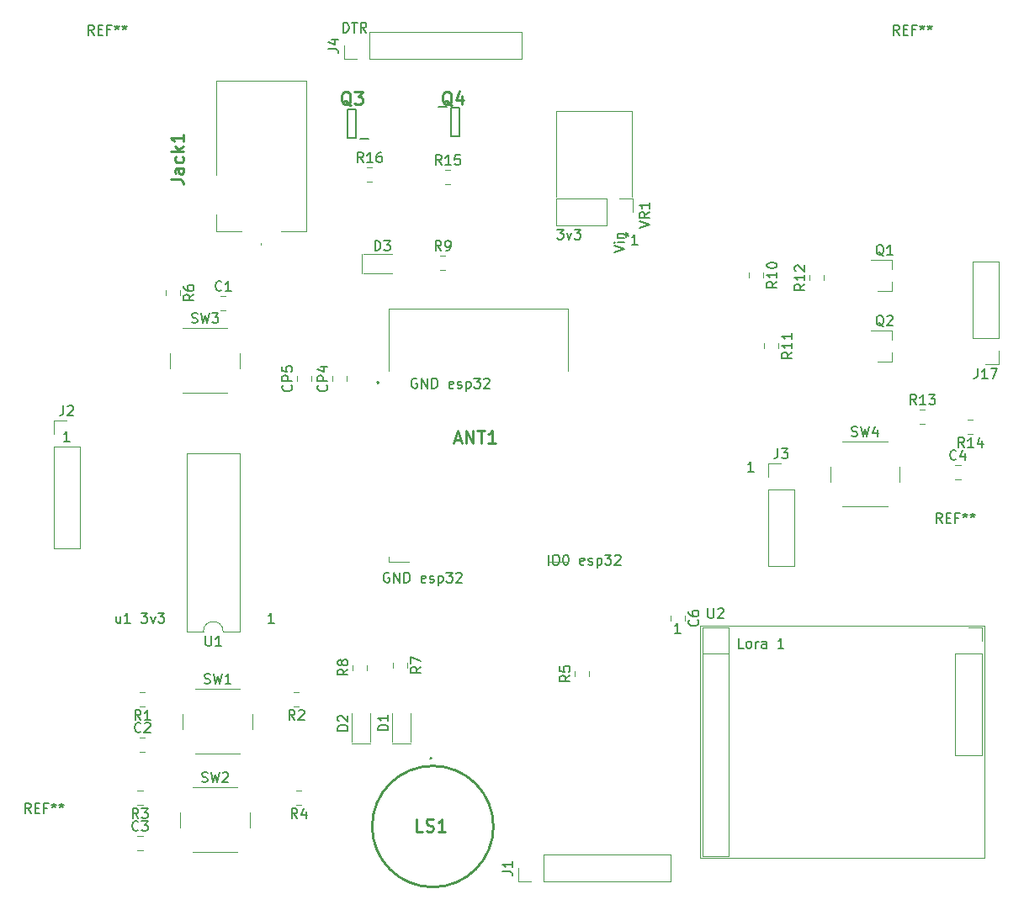
<source format=gto>
G04 #@! TF.GenerationSoftware,KiCad,Pcbnew,(5.1.5)-3*
G04 #@! TF.CreationDate,2022-03-10T20:17:20-05:00*
G04 #@! TF.ProjectId,supervisor,73757065-7276-4697-936f-722e6b696361,rev?*
G04 #@! TF.SameCoordinates,Original*
G04 #@! TF.FileFunction,Legend,Top*
G04 #@! TF.FilePolarity,Positive*
%FSLAX46Y46*%
G04 Gerber Fmt 4.6, Leading zero omitted, Abs format (unit mm)*
G04 Created by KiCad (PCBNEW (5.1.5)-3) date 2022-03-10 20:17:20*
%MOMM*%
%LPD*%
G04 APERTURE LIST*
%ADD10C,0.150000*%
%ADD11C,0.120000*%
%ADD12C,0.100000*%
%ADD13C,0.200000*%
%ADD14C,0.254000*%
G04 APERTURE END LIST*
D10*
X114101809Y-113831714D02*
X114101809Y-114498380D01*
X113673238Y-113831714D02*
X113673238Y-114355523D01*
X113720857Y-114450761D01*
X113816095Y-114498380D01*
X113958952Y-114498380D01*
X114054190Y-114450761D01*
X114101809Y-114403142D01*
X115101809Y-114498380D02*
X114530380Y-114498380D01*
X114816095Y-114498380D02*
X114816095Y-113498380D01*
X114720857Y-113641238D01*
X114625619Y-113736476D01*
X114530380Y-113784095D01*
X116197047Y-113498380D02*
X116816095Y-113498380D01*
X116482761Y-113879333D01*
X116625619Y-113879333D01*
X116720857Y-113926952D01*
X116768476Y-113974571D01*
X116816095Y-114069809D01*
X116816095Y-114307904D01*
X116768476Y-114403142D01*
X116720857Y-114450761D01*
X116625619Y-114498380D01*
X116339904Y-114498380D01*
X116244666Y-114450761D01*
X116197047Y-114403142D01*
X117149428Y-113831714D02*
X117387523Y-114498380D01*
X117625619Y-113831714D01*
X117911333Y-113498380D02*
X118530380Y-113498380D01*
X118197047Y-113879333D01*
X118339904Y-113879333D01*
X118435142Y-113926952D01*
X118482761Y-113974571D01*
X118530380Y-114069809D01*
X118530380Y-114307904D01*
X118482761Y-114403142D01*
X118435142Y-114450761D01*
X118339904Y-114498380D01*
X118054190Y-114498380D01*
X117958952Y-114450761D01*
X117911333Y-114403142D01*
X176800095Y-117038380D02*
X176323904Y-117038380D01*
X176323904Y-116038380D01*
X177276285Y-117038380D02*
X177181047Y-116990761D01*
X177133428Y-116943142D01*
X177085809Y-116847904D01*
X177085809Y-116562190D01*
X177133428Y-116466952D01*
X177181047Y-116419333D01*
X177276285Y-116371714D01*
X177419142Y-116371714D01*
X177514380Y-116419333D01*
X177562000Y-116466952D01*
X177609619Y-116562190D01*
X177609619Y-116847904D01*
X177562000Y-116943142D01*
X177514380Y-116990761D01*
X177419142Y-117038380D01*
X177276285Y-117038380D01*
X178038190Y-117038380D02*
X178038190Y-116371714D01*
X178038190Y-116562190D02*
X178085809Y-116466952D01*
X178133428Y-116419333D01*
X178228666Y-116371714D01*
X178323904Y-116371714D01*
X179085809Y-117038380D02*
X179085809Y-116514571D01*
X179038190Y-116419333D01*
X178942952Y-116371714D01*
X178752476Y-116371714D01*
X178657238Y-116419333D01*
X179085809Y-116990761D02*
X178990571Y-117038380D01*
X178752476Y-117038380D01*
X178657238Y-116990761D01*
X178609619Y-116895523D01*
X178609619Y-116800285D01*
X178657238Y-116705047D01*
X178752476Y-116657428D01*
X178990571Y-116657428D01*
X179085809Y-116609809D01*
X180847714Y-117038380D02*
X180276285Y-117038380D01*
X180562000Y-117038380D02*
X180562000Y-116038380D01*
X180466761Y-116181238D01*
X180371523Y-116276476D01*
X180276285Y-116324095D01*
X157162952Y-108656380D02*
X157162952Y-107656380D01*
X157829619Y-107656380D02*
X158020095Y-107656380D01*
X158115333Y-107704000D01*
X158210571Y-107799238D01*
X158258190Y-107989714D01*
X158258190Y-108323047D01*
X158210571Y-108513523D01*
X158115333Y-108608761D01*
X158020095Y-108656380D01*
X157829619Y-108656380D01*
X157734380Y-108608761D01*
X157639142Y-108513523D01*
X157591523Y-108323047D01*
X157591523Y-107989714D01*
X157639142Y-107799238D01*
X157734380Y-107704000D01*
X157829619Y-107656380D01*
X158877238Y-107656380D02*
X158972476Y-107656380D01*
X159067714Y-107704000D01*
X159115333Y-107751619D01*
X159162952Y-107846857D01*
X159210571Y-108037333D01*
X159210571Y-108275428D01*
X159162952Y-108465904D01*
X159115333Y-108561142D01*
X159067714Y-108608761D01*
X158972476Y-108656380D01*
X158877238Y-108656380D01*
X158782000Y-108608761D01*
X158734380Y-108561142D01*
X158686761Y-108465904D01*
X158639142Y-108275428D01*
X158639142Y-108037333D01*
X158686761Y-107846857D01*
X158734380Y-107751619D01*
X158782000Y-107704000D01*
X158877238Y-107656380D01*
X160782000Y-108608761D02*
X160686761Y-108656380D01*
X160496285Y-108656380D01*
X160401047Y-108608761D01*
X160353428Y-108513523D01*
X160353428Y-108132571D01*
X160401047Y-108037333D01*
X160496285Y-107989714D01*
X160686761Y-107989714D01*
X160782000Y-108037333D01*
X160829619Y-108132571D01*
X160829619Y-108227809D01*
X160353428Y-108323047D01*
X161210571Y-108608761D02*
X161305809Y-108656380D01*
X161496285Y-108656380D01*
X161591523Y-108608761D01*
X161639142Y-108513523D01*
X161639142Y-108465904D01*
X161591523Y-108370666D01*
X161496285Y-108323047D01*
X161353428Y-108323047D01*
X161258190Y-108275428D01*
X161210571Y-108180190D01*
X161210571Y-108132571D01*
X161258190Y-108037333D01*
X161353428Y-107989714D01*
X161496285Y-107989714D01*
X161591523Y-108037333D01*
X162067714Y-107989714D02*
X162067714Y-108989714D01*
X162067714Y-108037333D02*
X162162952Y-107989714D01*
X162353428Y-107989714D01*
X162448666Y-108037333D01*
X162496285Y-108084952D01*
X162543904Y-108180190D01*
X162543904Y-108465904D01*
X162496285Y-108561142D01*
X162448666Y-108608761D01*
X162353428Y-108656380D01*
X162162952Y-108656380D01*
X162067714Y-108608761D01*
X162877238Y-107656380D02*
X163496285Y-107656380D01*
X163162952Y-108037333D01*
X163305809Y-108037333D01*
X163401047Y-108084952D01*
X163448666Y-108132571D01*
X163496285Y-108227809D01*
X163496285Y-108465904D01*
X163448666Y-108561142D01*
X163401047Y-108608761D01*
X163305809Y-108656380D01*
X163020095Y-108656380D01*
X162924857Y-108608761D01*
X162877238Y-108561142D01*
X163877238Y-107751619D02*
X163924857Y-107704000D01*
X164020095Y-107656380D01*
X164258190Y-107656380D01*
X164353428Y-107704000D01*
X164401047Y-107751619D01*
X164448666Y-107846857D01*
X164448666Y-107942095D01*
X164401047Y-108084952D01*
X163829619Y-108656380D01*
X164448666Y-108656380D01*
X141145047Y-109482000D02*
X141049809Y-109434380D01*
X140906952Y-109434380D01*
X140764095Y-109482000D01*
X140668857Y-109577238D01*
X140621238Y-109672476D01*
X140573619Y-109862952D01*
X140573619Y-110005809D01*
X140621238Y-110196285D01*
X140668857Y-110291523D01*
X140764095Y-110386761D01*
X140906952Y-110434380D01*
X141002190Y-110434380D01*
X141145047Y-110386761D01*
X141192666Y-110339142D01*
X141192666Y-110005809D01*
X141002190Y-110005809D01*
X141621238Y-110434380D02*
X141621238Y-109434380D01*
X142192666Y-110434380D01*
X142192666Y-109434380D01*
X142668857Y-110434380D02*
X142668857Y-109434380D01*
X142906952Y-109434380D01*
X143049809Y-109482000D01*
X143145047Y-109577238D01*
X143192666Y-109672476D01*
X143240285Y-109862952D01*
X143240285Y-110005809D01*
X143192666Y-110196285D01*
X143145047Y-110291523D01*
X143049809Y-110386761D01*
X142906952Y-110434380D01*
X142668857Y-110434380D01*
X144811714Y-110386761D02*
X144716476Y-110434380D01*
X144526000Y-110434380D01*
X144430761Y-110386761D01*
X144383142Y-110291523D01*
X144383142Y-109910571D01*
X144430761Y-109815333D01*
X144526000Y-109767714D01*
X144716476Y-109767714D01*
X144811714Y-109815333D01*
X144859333Y-109910571D01*
X144859333Y-110005809D01*
X144383142Y-110101047D01*
X145240285Y-110386761D02*
X145335523Y-110434380D01*
X145526000Y-110434380D01*
X145621238Y-110386761D01*
X145668857Y-110291523D01*
X145668857Y-110243904D01*
X145621238Y-110148666D01*
X145526000Y-110101047D01*
X145383142Y-110101047D01*
X145287904Y-110053428D01*
X145240285Y-109958190D01*
X145240285Y-109910571D01*
X145287904Y-109815333D01*
X145383142Y-109767714D01*
X145526000Y-109767714D01*
X145621238Y-109815333D01*
X146097428Y-109767714D02*
X146097428Y-110767714D01*
X146097428Y-109815333D02*
X146192666Y-109767714D01*
X146383142Y-109767714D01*
X146478380Y-109815333D01*
X146526000Y-109862952D01*
X146573619Y-109958190D01*
X146573619Y-110243904D01*
X146526000Y-110339142D01*
X146478380Y-110386761D01*
X146383142Y-110434380D01*
X146192666Y-110434380D01*
X146097428Y-110386761D01*
X146906952Y-109434380D02*
X147526000Y-109434380D01*
X147192666Y-109815333D01*
X147335523Y-109815333D01*
X147430761Y-109862952D01*
X147478380Y-109910571D01*
X147526000Y-110005809D01*
X147526000Y-110243904D01*
X147478380Y-110339142D01*
X147430761Y-110386761D01*
X147335523Y-110434380D01*
X147049809Y-110434380D01*
X146954571Y-110386761D01*
X146906952Y-110339142D01*
X147906952Y-109529619D02*
X147954571Y-109482000D01*
X148049809Y-109434380D01*
X148287904Y-109434380D01*
X148383142Y-109482000D01*
X148430761Y-109529619D01*
X148478380Y-109624857D01*
X148478380Y-109720095D01*
X148430761Y-109862952D01*
X147859333Y-110434380D01*
X148478380Y-110434380D01*
X158067523Y-74890380D02*
X158686571Y-74890380D01*
X158353238Y-75271333D01*
X158496095Y-75271333D01*
X158591333Y-75318952D01*
X158638952Y-75366571D01*
X158686571Y-75461809D01*
X158686571Y-75699904D01*
X158638952Y-75795142D01*
X158591333Y-75842761D01*
X158496095Y-75890380D01*
X158210380Y-75890380D01*
X158115142Y-75842761D01*
X158067523Y-75795142D01*
X159019904Y-75223714D02*
X159258000Y-75890380D01*
X159496095Y-75223714D01*
X159781809Y-74890380D02*
X160400857Y-74890380D01*
X160067523Y-75271333D01*
X160210380Y-75271333D01*
X160305619Y-75318952D01*
X160353238Y-75366571D01*
X160400857Y-75461809D01*
X160400857Y-75699904D01*
X160353238Y-75795142D01*
X160305619Y-75842761D01*
X160210380Y-75890380D01*
X159924666Y-75890380D01*
X159829428Y-75842761D01*
X159781809Y-75795142D01*
X136525142Y-55062380D02*
X136525142Y-54062380D01*
X136763238Y-54062380D01*
X136906095Y-54110000D01*
X137001333Y-54205238D01*
X137048952Y-54300476D01*
X137096571Y-54490952D01*
X137096571Y-54633809D01*
X137048952Y-54824285D01*
X137001333Y-54919523D01*
X136906095Y-55014761D01*
X136763238Y-55062380D01*
X136525142Y-55062380D01*
X137382285Y-54062380D02*
X137953714Y-54062380D01*
X137668000Y-55062380D02*
X137668000Y-54062380D01*
X138858476Y-55062380D02*
X138525142Y-54586190D01*
X138287047Y-55062380D02*
X138287047Y-54062380D01*
X138668000Y-54062380D01*
X138763238Y-54110000D01*
X138810857Y-54157619D01*
X138858476Y-54252857D01*
X138858476Y-54395714D01*
X138810857Y-54490952D01*
X138763238Y-54538571D01*
X138668000Y-54586190D01*
X138287047Y-54586190D01*
X166147714Y-76398380D02*
X165576285Y-76398380D01*
X165862000Y-76398380D02*
X165862000Y-75398380D01*
X165766761Y-75541238D01*
X165671523Y-75636476D01*
X165576285Y-75684095D01*
X108997714Y-96210380D02*
X108426285Y-96210380D01*
X108712000Y-96210380D02*
X108712000Y-95210380D01*
X108616761Y-95353238D01*
X108521523Y-95448476D01*
X108426285Y-95496095D01*
X129571714Y-114498380D02*
X129000285Y-114498380D01*
X129286000Y-114498380D02*
X129286000Y-113498380D01*
X129190761Y-113641238D01*
X129095523Y-113736476D01*
X129000285Y-113784095D01*
X143939047Y-89924000D02*
X143843809Y-89876380D01*
X143700952Y-89876380D01*
X143558095Y-89924000D01*
X143462857Y-90019238D01*
X143415238Y-90114476D01*
X143367619Y-90304952D01*
X143367619Y-90447809D01*
X143415238Y-90638285D01*
X143462857Y-90733523D01*
X143558095Y-90828761D01*
X143700952Y-90876380D01*
X143796190Y-90876380D01*
X143939047Y-90828761D01*
X143986666Y-90781142D01*
X143986666Y-90447809D01*
X143796190Y-90447809D01*
X144415238Y-90876380D02*
X144415238Y-89876380D01*
X144986666Y-90876380D01*
X144986666Y-89876380D01*
X145462857Y-90876380D02*
X145462857Y-89876380D01*
X145700952Y-89876380D01*
X145843809Y-89924000D01*
X145939047Y-90019238D01*
X145986666Y-90114476D01*
X146034285Y-90304952D01*
X146034285Y-90447809D01*
X145986666Y-90638285D01*
X145939047Y-90733523D01*
X145843809Y-90828761D01*
X145700952Y-90876380D01*
X145462857Y-90876380D01*
X147605714Y-90828761D02*
X147510476Y-90876380D01*
X147320000Y-90876380D01*
X147224761Y-90828761D01*
X147177142Y-90733523D01*
X147177142Y-90352571D01*
X147224761Y-90257333D01*
X147320000Y-90209714D01*
X147510476Y-90209714D01*
X147605714Y-90257333D01*
X147653333Y-90352571D01*
X147653333Y-90447809D01*
X147177142Y-90543047D01*
X148034285Y-90828761D02*
X148129523Y-90876380D01*
X148320000Y-90876380D01*
X148415238Y-90828761D01*
X148462857Y-90733523D01*
X148462857Y-90685904D01*
X148415238Y-90590666D01*
X148320000Y-90543047D01*
X148177142Y-90543047D01*
X148081904Y-90495428D01*
X148034285Y-90400190D01*
X148034285Y-90352571D01*
X148081904Y-90257333D01*
X148177142Y-90209714D01*
X148320000Y-90209714D01*
X148415238Y-90257333D01*
X148891428Y-90209714D02*
X148891428Y-91209714D01*
X148891428Y-90257333D02*
X148986666Y-90209714D01*
X149177142Y-90209714D01*
X149272380Y-90257333D01*
X149320000Y-90304952D01*
X149367619Y-90400190D01*
X149367619Y-90685904D01*
X149320000Y-90781142D01*
X149272380Y-90828761D01*
X149177142Y-90876380D01*
X148986666Y-90876380D01*
X148891428Y-90828761D01*
X149700952Y-89876380D02*
X150320000Y-89876380D01*
X149986666Y-90257333D01*
X150129523Y-90257333D01*
X150224761Y-90304952D01*
X150272380Y-90352571D01*
X150320000Y-90447809D01*
X150320000Y-90685904D01*
X150272380Y-90781142D01*
X150224761Y-90828761D01*
X150129523Y-90876380D01*
X149843809Y-90876380D01*
X149748571Y-90828761D01*
X149700952Y-90781142D01*
X150700952Y-89971619D02*
X150748571Y-89924000D01*
X150843809Y-89876380D01*
X151081904Y-89876380D01*
X151177142Y-89924000D01*
X151224761Y-89971619D01*
X151272380Y-90066857D01*
X151272380Y-90162095D01*
X151224761Y-90304952D01*
X150653333Y-90876380D01*
X151272380Y-90876380D01*
X177831714Y-99258380D02*
X177260285Y-99258380D01*
X177546000Y-99258380D02*
X177546000Y-98258380D01*
X177450761Y-98401238D01*
X177355523Y-98496476D01*
X177260285Y-98544095D01*
D11*
X172660000Y-117602000D02*
X172650000Y-117592000D01*
X172650000Y-116342000D02*
X172660000Y-117602000D01*
X175320000Y-117552000D02*
X175300000Y-117572000D01*
X175310000Y-115002000D02*
X175320000Y-117552000D01*
X173990000Y-115002000D02*
X175310000Y-115002000D01*
X172466000Y-114808000D02*
X172466000Y-138176000D01*
X172660000Y-115002000D02*
X173990000Y-115002000D01*
X172660000Y-117602000D02*
X175320000Y-117602000D01*
X172660000Y-137982000D02*
X175320000Y-137982000D01*
X172660000Y-116332000D02*
X172660000Y-115002000D01*
X172660000Y-117602000D02*
X172660000Y-137982000D01*
X175320000Y-117602000D02*
X175320000Y-137982000D01*
X200790000Y-117602000D02*
X200790000Y-127822000D01*
X199460000Y-115002000D02*
X200790000Y-115002000D01*
X198130000Y-127822000D02*
X200790000Y-127822000D01*
X200790000Y-115002000D02*
X200790000Y-116332000D01*
X198130000Y-117602000D02*
X198130000Y-127822000D01*
X198130000Y-117602000D02*
X200790000Y-117602000D01*
X172466000Y-114808000D02*
X201041000Y-114808000D01*
X201041000Y-114808000D02*
X201041000Y-138176000D01*
X201041000Y-138176000D02*
X172466000Y-138176000D01*
X143327000Y-126447000D02*
X143327000Y-123587000D01*
X141407000Y-123587000D02*
X141407000Y-126447000D01*
X141407000Y-126619000D02*
X143327000Y-126619000D01*
X139263000Y-126456000D02*
X139263000Y-123596000D01*
X137343000Y-123596000D02*
X137343000Y-126456000D01*
X137343000Y-126628000D02*
X139263000Y-126628000D01*
X138602000Y-79319000D02*
X141462000Y-79319000D01*
X141462000Y-77399000D02*
X138602000Y-77399000D01*
X138430000Y-77399000D02*
X138430000Y-79319000D01*
D12*
X141144001Y-107846001D02*
X141144001Y-108346001D01*
X141144001Y-108346001D02*
X143144001Y-108346001D01*
X157144001Y-108346001D02*
X159144001Y-108346001D01*
X159144001Y-108346001D02*
X159144001Y-107846001D01*
X141144001Y-89096001D02*
X141144001Y-82846001D01*
X141144001Y-82846001D02*
X159144001Y-82846001D01*
X159144001Y-82846001D02*
X159144001Y-89096001D01*
D13*
X140044001Y-90196001D02*
X140044001Y-90196001D01*
X140044001Y-90396001D02*
X140044001Y-90396001D01*
X140044001Y-90396001D02*
G75*
G03X140044001Y-90196001I0J100000D01*
G01*
X140044001Y-90196001D02*
G75*
G03X140044001Y-90396001I0J-100000D01*
G01*
D11*
X157928000Y-71822000D02*
X157928000Y-74482000D01*
X163068000Y-71822000D02*
X157928000Y-71822000D01*
X164338000Y-71822000D02*
X165668000Y-71822000D01*
X163068000Y-74482000D02*
X157928000Y-74482000D01*
X165668000Y-71822000D02*
X165668000Y-73152000D01*
X163068000Y-71822000D02*
X163068000Y-74482000D01*
X165608000Y-71628000D02*
X165608000Y-62992000D01*
X165608000Y-62992000D02*
X157988000Y-62992000D01*
X157988000Y-62992000D02*
X157988000Y-71628000D01*
X124189748Y-81586000D02*
X124712252Y-81586000D01*
X124189748Y-83006000D02*
X124712252Y-83006000D01*
X116070748Y-127456000D02*
X116593252Y-127456000D01*
X116070748Y-126036000D02*
X116593252Y-126036000D01*
X115825748Y-137362000D02*
X116348252Y-137362000D01*
X115825748Y-135942000D02*
X116348252Y-135942000D01*
X169470000Y-113784748D02*
X169470000Y-114307252D01*
X170890000Y-113784748D02*
X170890000Y-114307252D01*
X136854000Y-90186252D02*
X136854000Y-89663748D01*
X135434000Y-90186252D02*
X135434000Y-89663748D01*
X131878000Y-90177252D02*
X131878000Y-89654748D01*
X133298000Y-90177252D02*
X133298000Y-89654748D01*
X202498000Y-78172000D02*
X199838000Y-78172000D01*
X202498000Y-85852000D02*
X202498000Y-78172000D01*
X199838000Y-85852000D02*
X199838000Y-78172000D01*
X202498000Y-85852000D02*
X199838000Y-85852000D01*
X202498000Y-87122000D02*
X202498000Y-88452000D01*
X202498000Y-88452000D02*
X201168000Y-88452000D01*
D12*
X123770000Y-69422000D02*
X123770000Y-59922000D01*
X123770000Y-59922000D02*
X132770000Y-59922000D01*
X132770000Y-59922000D02*
X132770000Y-75122000D01*
X132770000Y-75122000D02*
X130270000Y-75122000D01*
X123770000Y-73422000D02*
X123770000Y-75122000D01*
X123770000Y-75122000D02*
X126270000Y-75122000D01*
X128270000Y-76322000D02*
X128270000Y-76322000D01*
X128270000Y-76422000D02*
X128270000Y-76422000D01*
X128270000Y-76422000D02*
G75*
G02X128270000Y-76322000I0J50000D01*
G01*
X128270000Y-76322000D02*
G75*
G02X128270000Y-76422000I0J-50000D01*
G01*
D14*
X151642000Y-135001000D02*
G75*
G03X151642000Y-135001000I-6100000J0D01*
G01*
X145364090Y-128140000D02*
G75*
G03X145364090Y-128140000I-50090J0D01*
G01*
D11*
X116593252Y-122884000D02*
X116070748Y-122884000D01*
X116593252Y-121464000D02*
X116070748Y-121464000D01*
X132087252Y-121464000D02*
X131564748Y-121464000D01*
X132087252Y-122884000D02*
X131564748Y-122884000D01*
X116348252Y-131370000D02*
X115825748Y-131370000D01*
X116348252Y-132790000D02*
X115825748Y-132790000D01*
X132341252Y-132790000D02*
X131818748Y-132790000D01*
X132341252Y-131370000D02*
X131818748Y-131370000D01*
X159818000Y-119886252D02*
X159818000Y-119363748D01*
X161238000Y-119886252D02*
X161238000Y-119363748D01*
X120090000Y-81018748D02*
X120090000Y-81541252D01*
X118670000Y-81018748D02*
X118670000Y-81541252D01*
X142950000Y-118492748D02*
X142950000Y-119015252D01*
X141530000Y-118492748D02*
X141530000Y-119015252D01*
X138886000Y-119260252D02*
X138886000Y-118737748D01*
X137466000Y-119260252D02*
X137466000Y-118737748D01*
X146287748Y-78942000D02*
X146810252Y-78942000D01*
X146287748Y-77522000D02*
X146810252Y-77522000D01*
X121650000Y-127674000D02*
X126150000Y-127674000D01*
X120400000Y-123674000D02*
X120400000Y-125174000D01*
X126150000Y-121174000D02*
X121650000Y-121174000D01*
X127400000Y-125174000D02*
X127400000Y-123674000D01*
X121396000Y-137580000D02*
X125896000Y-137580000D01*
X120146000Y-133580000D02*
X120146000Y-135080000D01*
X125896000Y-131080000D02*
X121396000Y-131080000D01*
X127146000Y-135080000D02*
X127146000Y-133580000D01*
X126130000Y-88852000D02*
X126130000Y-87352000D01*
X124880000Y-84852000D02*
X120380000Y-84852000D01*
X119130000Y-87352000D02*
X119130000Y-88852000D01*
X120380000Y-91352000D02*
X124880000Y-91352000D01*
X122444000Y-115376000D02*
G75*
G02X124444000Y-115376000I1000000J0D01*
G01*
X124444000Y-115376000D02*
X126094000Y-115376000D01*
X126094000Y-115376000D02*
X126094000Y-97476000D01*
X126094000Y-97476000D02*
X120794000Y-97476000D01*
X120794000Y-97476000D02*
X120794000Y-115376000D01*
X120794000Y-115376000D02*
X122444000Y-115376000D01*
X191768000Y-81082000D02*
X190308000Y-81082000D01*
X191768000Y-77922000D02*
X189608000Y-77922000D01*
X191768000Y-77922000D02*
X191768000Y-78852000D01*
X191768000Y-81082000D02*
X191768000Y-80152000D01*
X191768000Y-88194000D02*
X191768000Y-87264000D01*
X191768000Y-85034000D02*
X191768000Y-85964000D01*
X191768000Y-85034000D02*
X189608000Y-85034000D01*
X191768000Y-88194000D02*
X190308000Y-88194000D01*
X177344000Y-79240748D02*
X177344000Y-79763252D01*
X178764000Y-79240748D02*
X178764000Y-79763252D01*
X178868000Y-86352748D02*
X178868000Y-86875252D01*
X180288000Y-86352748D02*
X180288000Y-86875252D01*
X183440000Y-80026252D02*
X183440000Y-79503748D01*
X184860000Y-80026252D02*
X184860000Y-79503748D01*
X194556748Y-93016000D02*
X195079252Y-93016000D01*
X194556748Y-94436000D02*
X195079252Y-94436000D01*
X169478000Y-140522000D02*
X169478000Y-137862000D01*
X156718000Y-140522000D02*
X169478000Y-140522000D01*
X156718000Y-137862000D02*
X169478000Y-137862000D01*
X156718000Y-140522000D02*
X156718000Y-137862000D01*
X155448000Y-140522000D02*
X154118000Y-140522000D01*
X154118000Y-140522000D02*
X154118000Y-139192000D01*
X107382000Y-106994000D02*
X110042000Y-106994000D01*
X107382000Y-96774000D02*
X107382000Y-106994000D01*
X110042000Y-96774000D02*
X110042000Y-106994000D01*
X107382000Y-96774000D02*
X110042000Y-96774000D01*
X107382000Y-95504000D02*
X107382000Y-94174000D01*
X107382000Y-94174000D02*
X108712000Y-94174000D01*
X179264000Y-108772000D02*
X181924000Y-108772000D01*
X179264000Y-101092000D02*
X179264000Y-108772000D01*
X181924000Y-101092000D02*
X181924000Y-108772000D01*
X179264000Y-101092000D02*
X181924000Y-101092000D01*
X179264000Y-99822000D02*
X179264000Y-98492000D01*
X179264000Y-98492000D02*
X180594000Y-98492000D01*
X198121748Y-98604000D02*
X198644252Y-98604000D01*
X198121748Y-100024000D02*
X198644252Y-100024000D01*
X154492000Y-57718000D02*
X154492000Y-55058000D01*
X139192000Y-57718000D02*
X154492000Y-57718000D01*
X139192000Y-55058000D02*
X154492000Y-55058000D01*
X139192000Y-57718000D02*
X139192000Y-55058000D01*
X137922000Y-57718000D02*
X136592000Y-57718000D01*
X136592000Y-57718000D02*
X136592000Y-56388000D01*
D13*
X137839000Y-65712000D02*
X136989000Y-65712000D01*
X136989000Y-65712000D02*
X136989000Y-62812000D01*
X136989000Y-62812000D02*
X137839000Y-62812000D01*
X137839000Y-62812000D02*
X137839000Y-65712000D01*
X139039000Y-65762000D02*
X138189000Y-65762000D01*
X146133000Y-62574000D02*
X146983000Y-62574000D01*
X147333000Y-65524000D02*
X147333000Y-62624000D01*
X148183000Y-65524000D02*
X147333000Y-65524000D01*
X148183000Y-62624000D02*
X148183000Y-65524000D01*
X147333000Y-62624000D02*
X148183000Y-62624000D01*
D11*
X199905252Y-95452000D02*
X199382748Y-95452000D01*
X199905252Y-94032000D02*
X199382748Y-94032000D01*
X146795748Y-70306000D02*
X147318252Y-70306000D01*
X146795748Y-68886000D02*
X147318252Y-68886000D01*
X138921748Y-68632000D02*
X139444252Y-68632000D01*
X138921748Y-70052000D02*
X139444252Y-70052000D01*
X186778000Y-102782000D02*
X191278000Y-102782000D01*
X185528000Y-98782000D02*
X185528000Y-100282000D01*
X191278000Y-96282000D02*
X186778000Y-96282000D01*
X192528000Y-100282000D02*
X192528000Y-98782000D01*
D10*
X173228095Y-113034380D02*
X173228095Y-113843904D01*
X173275714Y-113939142D01*
X173323333Y-113986761D01*
X173418571Y-114034380D01*
X173609047Y-114034380D01*
X173704285Y-113986761D01*
X173751904Y-113939142D01*
X173799523Y-113843904D01*
X173799523Y-113034380D01*
X174228095Y-113129619D02*
X174275714Y-113082000D01*
X174370952Y-113034380D01*
X174609047Y-113034380D01*
X174704285Y-113082000D01*
X174751904Y-113129619D01*
X174799523Y-113224857D01*
X174799523Y-113320095D01*
X174751904Y-113462952D01*
X174180476Y-114034380D01*
X174799523Y-114034380D01*
X170465714Y-115514380D02*
X169894285Y-115514380D01*
X170180000Y-115514380D02*
X170180000Y-114514380D01*
X170084761Y-114657238D01*
X169989523Y-114752476D01*
X169894285Y-114800095D01*
X141041380Y-125325095D02*
X140041380Y-125325095D01*
X140041380Y-125087000D01*
X140089000Y-124944142D01*
X140184238Y-124848904D01*
X140279476Y-124801285D01*
X140469952Y-124753666D01*
X140612809Y-124753666D01*
X140803285Y-124801285D01*
X140898523Y-124848904D01*
X140993761Y-124944142D01*
X141041380Y-125087000D01*
X141041380Y-125325095D01*
X141041380Y-123801285D02*
X141041380Y-124372714D01*
X141041380Y-124087000D02*
X140041380Y-124087000D01*
X140184238Y-124182238D01*
X140279476Y-124277476D01*
X140327095Y-124372714D01*
X136977380Y-125334095D02*
X135977380Y-125334095D01*
X135977380Y-125096000D01*
X136025000Y-124953142D01*
X136120238Y-124857904D01*
X136215476Y-124810285D01*
X136405952Y-124762666D01*
X136548809Y-124762666D01*
X136739285Y-124810285D01*
X136834523Y-124857904D01*
X136929761Y-124953142D01*
X136977380Y-125096000D01*
X136977380Y-125334095D01*
X136072619Y-124381714D02*
X136025000Y-124334095D01*
X135977380Y-124238857D01*
X135977380Y-124000761D01*
X136025000Y-123905523D01*
X136072619Y-123857904D01*
X136167857Y-123810285D01*
X136263095Y-123810285D01*
X136405952Y-123857904D01*
X136977380Y-124429333D01*
X136977380Y-123810285D01*
X139723904Y-77033380D02*
X139723904Y-76033380D01*
X139962000Y-76033380D01*
X140104857Y-76081000D01*
X140200095Y-76176238D01*
X140247714Y-76271476D01*
X140295333Y-76461952D01*
X140295333Y-76604809D01*
X140247714Y-76795285D01*
X140200095Y-76890523D01*
X140104857Y-76985761D01*
X139962000Y-77033380D01*
X139723904Y-77033380D01*
X140628666Y-76033380D02*
X141247714Y-76033380D01*
X140914380Y-76414333D01*
X141057238Y-76414333D01*
X141152476Y-76461952D01*
X141200095Y-76509571D01*
X141247714Y-76604809D01*
X141247714Y-76842904D01*
X141200095Y-76938142D01*
X141152476Y-76985761D01*
X141057238Y-77033380D01*
X140771523Y-77033380D01*
X140676285Y-76985761D01*
X140628666Y-76938142D01*
X105092666Y-133666380D02*
X104759333Y-133190190D01*
X104521238Y-133666380D02*
X104521238Y-132666380D01*
X104902190Y-132666380D01*
X104997428Y-132714000D01*
X105045047Y-132761619D01*
X105092666Y-132856857D01*
X105092666Y-132999714D01*
X105045047Y-133094952D01*
X104997428Y-133142571D01*
X104902190Y-133190190D01*
X104521238Y-133190190D01*
X105521238Y-133142571D02*
X105854571Y-133142571D01*
X105997428Y-133666380D02*
X105521238Y-133666380D01*
X105521238Y-132666380D01*
X105997428Y-132666380D01*
X106759333Y-133142571D02*
X106426000Y-133142571D01*
X106426000Y-133666380D02*
X106426000Y-132666380D01*
X106902190Y-132666380D01*
X107426000Y-132666380D02*
X107426000Y-132904476D01*
X107187904Y-132809238D02*
X107426000Y-132904476D01*
X107664095Y-132809238D01*
X107283142Y-133094952D02*
X107426000Y-132904476D01*
X107568857Y-133094952D01*
X108187904Y-132666380D02*
X108187904Y-132904476D01*
X107949809Y-132809238D02*
X108187904Y-132904476D01*
X108426000Y-132809238D01*
X108045047Y-133094952D02*
X108187904Y-132904476D01*
X108330761Y-133094952D01*
X196786666Y-104456380D02*
X196453333Y-103980190D01*
X196215238Y-104456380D02*
X196215238Y-103456380D01*
X196596190Y-103456380D01*
X196691428Y-103504000D01*
X196739047Y-103551619D01*
X196786666Y-103646857D01*
X196786666Y-103789714D01*
X196739047Y-103884952D01*
X196691428Y-103932571D01*
X196596190Y-103980190D01*
X196215238Y-103980190D01*
X197215238Y-103932571D02*
X197548571Y-103932571D01*
X197691428Y-104456380D02*
X197215238Y-104456380D01*
X197215238Y-103456380D01*
X197691428Y-103456380D01*
X198453333Y-103932571D02*
X198120000Y-103932571D01*
X198120000Y-104456380D02*
X198120000Y-103456380D01*
X198596190Y-103456380D01*
X199120000Y-103456380D02*
X199120000Y-103694476D01*
X198881904Y-103599238D02*
X199120000Y-103694476D01*
X199358095Y-103599238D01*
X198977142Y-103884952D02*
X199120000Y-103694476D01*
X199262857Y-103884952D01*
X199881904Y-103456380D02*
X199881904Y-103694476D01*
X199643809Y-103599238D02*
X199881904Y-103694476D01*
X200120000Y-103599238D01*
X199739047Y-103884952D02*
X199881904Y-103694476D01*
X200024761Y-103884952D01*
X111442666Y-55316380D02*
X111109333Y-54840190D01*
X110871238Y-55316380D02*
X110871238Y-54316380D01*
X111252190Y-54316380D01*
X111347428Y-54364000D01*
X111395047Y-54411619D01*
X111442666Y-54506857D01*
X111442666Y-54649714D01*
X111395047Y-54744952D01*
X111347428Y-54792571D01*
X111252190Y-54840190D01*
X110871238Y-54840190D01*
X111871238Y-54792571D02*
X112204571Y-54792571D01*
X112347428Y-55316380D02*
X111871238Y-55316380D01*
X111871238Y-54316380D01*
X112347428Y-54316380D01*
X113109333Y-54792571D02*
X112776000Y-54792571D01*
X112776000Y-55316380D02*
X112776000Y-54316380D01*
X113252190Y-54316380D01*
X113776000Y-54316380D02*
X113776000Y-54554476D01*
X113537904Y-54459238D02*
X113776000Y-54554476D01*
X114014095Y-54459238D01*
X113633142Y-54744952D02*
X113776000Y-54554476D01*
X113918857Y-54744952D01*
X114537904Y-54316380D02*
X114537904Y-54554476D01*
X114299809Y-54459238D02*
X114537904Y-54554476D01*
X114776000Y-54459238D01*
X114395047Y-54744952D02*
X114537904Y-54554476D01*
X114680761Y-54744952D01*
X192468666Y-55316380D02*
X192135333Y-54840190D01*
X191897238Y-55316380D02*
X191897238Y-54316380D01*
X192278190Y-54316380D01*
X192373428Y-54364000D01*
X192421047Y-54411619D01*
X192468666Y-54506857D01*
X192468666Y-54649714D01*
X192421047Y-54744952D01*
X192373428Y-54792571D01*
X192278190Y-54840190D01*
X191897238Y-54840190D01*
X192897238Y-54792571D02*
X193230571Y-54792571D01*
X193373428Y-55316380D02*
X192897238Y-55316380D01*
X192897238Y-54316380D01*
X193373428Y-54316380D01*
X194135333Y-54792571D02*
X193802000Y-54792571D01*
X193802000Y-55316380D02*
X193802000Y-54316380D01*
X194278190Y-54316380D01*
X194802000Y-54316380D02*
X194802000Y-54554476D01*
X194563904Y-54459238D02*
X194802000Y-54554476D01*
X195040095Y-54459238D01*
X194659142Y-54744952D02*
X194802000Y-54554476D01*
X194944857Y-54744952D01*
X195563904Y-54316380D02*
X195563904Y-54554476D01*
X195325809Y-54459238D02*
X195563904Y-54554476D01*
X195802000Y-54459238D01*
X195421047Y-54744952D02*
X195563904Y-54554476D01*
X195706761Y-54744952D01*
D14*
X147737810Y-96057667D02*
X148342572Y-96057667D01*
X147616858Y-96420524D02*
X148040191Y-95150524D01*
X148463524Y-96420524D01*
X148886858Y-96420524D02*
X148886858Y-95150524D01*
X149612572Y-96420524D01*
X149612572Y-95150524D01*
X150035905Y-95150524D02*
X150761620Y-95150524D01*
X150398762Y-96420524D02*
X150398762Y-95150524D01*
X151850191Y-96420524D02*
X151124477Y-96420524D01*
X151487334Y-96420524D02*
X151487334Y-95150524D01*
X151366381Y-95331953D01*
X151245429Y-95452905D01*
X151124477Y-95513381D01*
D10*
X166330380Y-74715523D02*
X167330380Y-74382190D01*
X166330380Y-74048857D01*
X167330380Y-73144095D02*
X166854190Y-73477428D01*
X167330380Y-73715523D02*
X166330380Y-73715523D01*
X166330380Y-73334571D01*
X166378000Y-73239333D01*
X166425619Y-73191714D01*
X166520857Y-73144095D01*
X166663714Y-73144095D01*
X166758952Y-73191714D01*
X166806571Y-73239333D01*
X166854190Y-73334571D01*
X166854190Y-73715523D01*
X167330380Y-72191714D02*
X167330380Y-72763142D01*
X167330380Y-72477428D02*
X166330380Y-72477428D01*
X166473238Y-72572666D01*
X166568476Y-72667904D01*
X166616095Y-72763142D01*
X163790380Y-77223809D02*
X164790380Y-76890476D01*
X163790380Y-76557142D01*
X164790380Y-76223809D02*
X164123714Y-76223809D01*
X163790380Y-76223809D02*
X163838000Y-76271428D01*
X163885619Y-76223809D01*
X163838000Y-76176190D01*
X163790380Y-76223809D01*
X163885619Y-76223809D01*
X164123714Y-75747619D02*
X164790380Y-75747619D01*
X164218952Y-75747619D02*
X164171333Y-75700000D01*
X164123714Y-75604761D01*
X164123714Y-75461904D01*
X164171333Y-75366666D01*
X164266571Y-75319047D01*
X164790380Y-75319047D01*
X164806380Y-75438000D02*
X165044476Y-75438000D01*
X164949238Y-75676095D02*
X165044476Y-75438000D01*
X164949238Y-75199904D01*
X165234952Y-75580857D02*
X165044476Y-75438000D01*
X165234952Y-75295142D01*
X124284333Y-81003142D02*
X124236714Y-81050761D01*
X124093857Y-81098380D01*
X123998619Y-81098380D01*
X123855761Y-81050761D01*
X123760523Y-80955523D01*
X123712904Y-80860285D01*
X123665285Y-80669809D01*
X123665285Y-80526952D01*
X123712904Y-80336476D01*
X123760523Y-80241238D01*
X123855761Y-80146000D01*
X123998619Y-80098380D01*
X124093857Y-80098380D01*
X124236714Y-80146000D01*
X124284333Y-80193619D01*
X125236714Y-81098380D02*
X124665285Y-81098380D01*
X124951000Y-81098380D02*
X124951000Y-80098380D01*
X124855761Y-80241238D01*
X124760523Y-80336476D01*
X124665285Y-80384095D01*
X116165333Y-125453142D02*
X116117714Y-125500761D01*
X115974857Y-125548380D01*
X115879619Y-125548380D01*
X115736761Y-125500761D01*
X115641523Y-125405523D01*
X115593904Y-125310285D01*
X115546285Y-125119809D01*
X115546285Y-124976952D01*
X115593904Y-124786476D01*
X115641523Y-124691238D01*
X115736761Y-124596000D01*
X115879619Y-124548380D01*
X115974857Y-124548380D01*
X116117714Y-124596000D01*
X116165333Y-124643619D01*
X116546285Y-124643619D02*
X116593904Y-124596000D01*
X116689142Y-124548380D01*
X116927238Y-124548380D01*
X117022476Y-124596000D01*
X117070095Y-124643619D01*
X117117714Y-124738857D01*
X117117714Y-124834095D01*
X117070095Y-124976952D01*
X116498666Y-125548380D01*
X117117714Y-125548380D01*
X115920333Y-135359142D02*
X115872714Y-135406761D01*
X115729857Y-135454380D01*
X115634619Y-135454380D01*
X115491761Y-135406761D01*
X115396523Y-135311523D01*
X115348904Y-135216285D01*
X115301285Y-135025809D01*
X115301285Y-134882952D01*
X115348904Y-134692476D01*
X115396523Y-134597238D01*
X115491761Y-134502000D01*
X115634619Y-134454380D01*
X115729857Y-134454380D01*
X115872714Y-134502000D01*
X115920333Y-134549619D01*
X116253666Y-134454380D02*
X116872714Y-134454380D01*
X116539380Y-134835333D01*
X116682238Y-134835333D01*
X116777476Y-134882952D01*
X116825095Y-134930571D01*
X116872714Y-135025809D01*
X116872714Y-135263904D01*
X116825095Y-135359142D01*
X116777476Y-135406761D01*
X116682238Y-135454380D01*
X116396523Y-135454380D01*
X116301285Y-135406761D01*
X116253666Y-135359142D01*
X172187142Y-114212666D02*
X172234761Y-114260285D01*
X172282380Y-114403142D01*
X172282380Y-114498380D01*
X172234761Y-114641238D01*
X172139523Y-114736476D01*
X172044285Y-114784095D01*
X171853809Y-114831714D01*
X171710952Y-114831714D01*
X171520476Y-114784095D01*
X171425238Y-114736476D01*
X171330000Y-114641238D01*
X171282380Y-114498380D01*
X171282380Y-114403142D01*
X171330000Y-114260285D01*
X171377619Y-114212666D01*
X171282380Y-113355523D02*
X171282380Y-113546000D01*
X171330000Y-113641238D01*
X171377619Y-113688857D01*
X171520476Y-113784095D01*
X171710952Y-113831714D01*
X172091904Y-113831714D01*
X172187142Y-113784095D01*
X172234761Y-113736476D01*
X172282380Y-113641238D01*
X172282380Y-113450761D01*
X172234761Y-113355523D01*
X172187142Y-113307904D01*
X172091904Y-113260285D01*
X171853809Y-113260285D01*
X171758571Y-113307904D01*
X171710952Y-113355523D01*
X171663333Y-113450761D01*
X171663333Y-113641238D01*
X171710952Y-113736476D01*
X171758571Y-113784095D01*
X171853809Y-113831714D01*
X134851142Y-90591666D02*
X134898761Y-90639285D01*
X134946380Y-90782142D01*
X134946380Y-90877380D01*
X134898761Y-91020238D01*
X134803523Y-91115476D01*
X134708285Y-91163095D01*
X134517809Y-91210714D01*
X134374952Y-91210714D01*
X134184476Y-91163095D01*
X134089238Y-91115476D01*
X133994000Y-91020238D01*
X133946380Y-90877380D01*
X133946380Y-90782142D01*
X133994000Y-90639285D01*
X134041619Y-90591666D01*
X134946380Y-90163095D02*
X133946380Y-90163095D01*
X133946380Y-89782142D01*
X133994000Y-89686904D01*
X134041619Y-89639285D01*
X134136857Y-89591666D01*
X134279714Y-89591666D01*
X134374952Y-89639285D01*
X134422571Y-89686904D01*
X134470190Y-89782142D01*
X134470190Y-90163095D01*
X134279714Y-88734523D02*
X134946380Y-88734523D01*
X133898761Y-88972619D02*
X134613047Y-89210714D01*
X134613047Y-88591666D01*
X131295142Y-90582666D02*
X131342761Y-90630285D01*
X131390380Y-90773142D01*
X131390380Y-90868380D01*
X131342761Y-91011238D01*
X131247523Y-91106476D01*
X131152285Y-91154095D01*
X130961809Y-91201714D01*
X130818952Y-91201714D01*
X130628476Y-91154095D01*
X130533238Y-91106476D01*
X130438000Y-91011238D01*
X130390380Y-90868380D01*
X130390380Y-90773142D01*
X130438000Y-90630285D01*
X130485619Y-90582666D01*
X131390380Y-90154095D02*
X130390380Y-90154095D01*
X130390380Y-89773142D01*
X130438000Y-89677904D01*
X130485619Y-89630285D01*
X130580857Y-89582666D01*
X130723714Y-89582666D01*
X130818952Y-89630285D01*
X130866571Y-89677904D01*
X130914190Y-89773142D01*
X130914190Y-90154095D01*
X130390380Y-88677904D02*
X130390380Y-89154095D01*
X130866571Y-89201714D01*
X130818952Y-89154095D01*
X130771333Y-89058857D01*
X130771333Y-88820761D01*
X130818952Y-88725523D01*
X130866571Y-88677904D01*
X130961809Y-88630285D01*
X131199904Y-88630285D01*
X131295142Y-88677904D01*
X131342761Y-88725523D01*
X131390380Y-88820761D01*
X131390380Y-89058857D01*
X131342761Y-89154095D01*
X131295142Y-89201714D01*
X200358476Y-88904380D02*
X200358476Y-89618666D01*
X200310857Y-89761523D01*
X200215619Y-89856761D01*
X200072761Y-89904380D01*
X199977523Y-89904380D01*
X201358476Y-89904380D02*
X200787047Y-89904380D01*
X201072761Y-89904380D02*
X201072761Y-88904380D01*
X200977523Y-89047238D01*
X200882285Y-89142476D01*
X200787047Y-89190095D01*
X201691809Y-88904380D02*
X202358476Y-88904380D01*
X201929904Y-89904380D01*
D14*
X119192523Y-69874190D02*
X120099666Y-69874190D01*
X120281095Y-69934666D01*
X120402047Y-70055619D01*
X120462523Y-70237047D01*
X120462523Y-70358000D01*
X120462523Y-68725142D02*
X119797285Y-68725142D01*
X119676333Y-68785619D01*
X119615857Y-68906571D01*
X119615857Y-69148476D01*
X119676333Y-69269428D01*
X120402047Y-68725142D02*
X120462523Y-68846095D01*
X120462523Y-69148476D01*
X120402047Y-69269428D01*
X120281095Y-69329904D01*
X120160142Y-69329904D01*
X120039190Y-69269428D01*
X119978714Y-69148476D01*
X119978714Y-68846095D01*
X119918238Y-68725142D01*
X120402047Y-67576095D02*
X120462523Y-67697047D01*
X120462523Y-67938952D01*
X120402047Y-68059904D01*
X120341571Y-68120380D01*
X120220619Y-68180857D01*
X119857761Y-68180857D01*
X119736809Y-68120380D01*
X119676333Y-68059904D01*
X119615857Y-67938952D01*
X119615857Y-67697047D01*
X119676333Y-67576095D01*
X120462523Y-67031809D02*
X119192523Y-67031809D01*
X119978714Y-66910857D02*
X120462523Y-66548000D01*
X119615857Y-66548000D02*
X120099666Y-67031809D01*
X120462523Y-65338476D02*
X120462523Y-66064190D01*
X120462523Y-65701333D02*
X119192523Y-65701333D01*
X119373952Y-65822285D01*
X119494904Y-65943238D01*
X119555380Y-66064190D01*
X144519571Y-135512523D02*
X143914809Y-135512523D01*
X143914809Y-134242523D01*
X144882428Y-135452047D02*
X145063857Y-135512523D01*
X145366238Y-135512523D01*
X145487190Y-135452047D01*
X145547666Y-135391571D01*
X145608142Y-135270619D01*
X145608142Y-135149666D01*
X145547666Y-135028714D01*
X145487190Y-134968238D01*
X145366238Y-134907761D01*
X145124333Y-134847285D01*
X145003380Y-134786809D01*
X144942904Y-134726333D01*
X144882428Y-134605380D01*
X144882428Y-134484428D01*
X144942904Y-134363476D01*
X145003380Y-134303000D01*
X145124333Y-134242523D01*
X145426714Y-134242523D01*
X145608142Y-134303000D01*
X146817666Y-135512523D02*
X146091952Y-135512523D01*
X146454809Y-135512523D02*
X146454809Y-134242523D01*
X146333857Y-134423952D01*
X146212904Y-134544904D01*
X146091952Y-134605380D01*
D10*
X116165333Y-124276380D02*
X115832000Y-123800190D01*
X115593904Y-124276380D02*
X115593904Y-123276380D01*
X115974857Y-123276380D01*
X116070095Y-123324000D01*
X116117714Y-123371619D01*
X116165333Y-123466857D01*
X116165333Y-123609714D01*
X116117714Y-123704952D01*
X116070095Y-123752571D01*
X115974857Y-123800190D01*
X115593904Y-123800190D01*
X117117714Y-124276380D02*
X116546285Y-124276380D01*
X116832000Y-124276380D02*
X116832000Y-123276380D01*
X116736761Y-123419238D01*
X116641523Y-123514476D01*
X116546285Y-123562095D01*
X131659333Y-124276380D02*
X131326000Y-123800190D01*
X131087904Y-124276380D02*
X131087904Y-123276380D01*
X131468857Y-123276380D01*
X131564095Y-123324000D01*
X131611714Y-123371619D01*
X131659333Y-123466857D01*
X131659333Y-123609714D01*
X131611714Y-123704952D01*
X131564095Y-123752571D01*
X131468857Y-123800190D01*
X131087904Y-123800190D01*
X132040285Y-123371619D02*
X132087904Y-123324000D01*
X132183142Y-123276380D01*
X132421238Y-123276380D01*
X132516476Y-123324000D01*
X132564095Y-123371619D01*
X132611714Y-123466857D01*
X132611714Y-123562095D01*
X132564095Y-123704952D01*
X131992666Y-124276380D01*
X132611714Y-124276380D01*
X115920333Y-134182380D02*
X115587000Y-133706190D01*
X115348904Y-134182380D02*
X115348904Y-133182380D01*
X115729857Y-133182380D01*
X115825095Y-133230000D01*
X115872714Y-133277619D01*
X115920333Y-133372857D01*
X115920333Y-133515714D01*
X115872714Y-133610952D01*
X115825095Y-133658571D01*
X115729857Y-133706190D01*
X115348904Y-133706190D01*
X116253666Y-133182380D02*
X116872714Y-133182380D01*
X116539380Y-133563333D01*
X116682238Y-133563333D01*
X116777476Y-133610952D01*
X116825095Y-133658571D01*
X116872714Y-133753809D01*
X116872714Y-133991904D01*
X116825095Y-134087142D01*
X116777476Y-134134761D01*
X116682238Y-134182380D01*
X116396523Y-134182380D01*
X116301285Y-134134761D01*
X116253666Y-134087142D01*
X131913333Y-134182380D02*
X131580000Y-133706190D01*
X131341904Y-134182380D02*
X131341904Y-133182380D01*
X131722857Y-133182380D01*
X131818095Y-133230000D01*
X131865714Y-133277619D01*
X131913333Y-133372857D01*
X131913333Y-133515714D01*
X131865714Y-133610952D01*
X131818095Y-133658571D01*
X131722857Y-133706190D01*
X131341904Y-133706190D01*
X132770476Y-133515714D02*
X132770476Y-134182380D01*
X132532380Y-133134761D02*
X132294285Y-133849047D01*
X132913333Y-133849047D01*
X159330380Y-119791666D02*
X158854190Y-120125000D01*
X159330380Y-120363095D02*
X158330380Y-120363095D01*
X158330380Y-119982142D01*
X158378000Y-119886904D01*
X158425619Y-119839285D01*
X158520857Y-119791666D01*
X158663714Y-119791666D01*
X158758952Y-119839285D01*
X158806571Y-119886904D01*
X158854190Y-119982142D01*
X158854190Y-120363095D01*
X158330380Y-118886904D02*
X158330380Y-119363095D01*
X158806571Y-119410714D01*
X158758952Y-119363095D01*
X158711333Y-119267857D01*
X158711333Y-119029761D01*
X158758952Y-118934523D01*
X158806571Y-118886904D01*
X158901809Y-118839285D01*
X159139904Y-118839285D01*
X159235142Y-118886904D01*
X159282761Y-118934523D01*
X159330380Y-119029761D01*
X159330380Y-119267857D01*
X159282761Y-119363095D01*
X159235142Y-119410714D01*
X121482380Y-81446666D02*
X121006190Y-81780000D01*
X121482380Y-82018095D02*
X120482380Y-82018095D01*
X120482380Y-81637142D01*
X120530000Y-81541904D01*
X120577619Y-81494285D01*
X120672857Y-81446666D01*
X120815714Y-81446666D01*
X120910952Y-81494285D01*
X120958571Y-81541904D01*
X121006190Y-81637142D01*
X121006190Y-82018095D01*
X120482380Y-80589523D02*
X120482380Y-80780000D01*
X120530000Y-80875238D01*
X120577619Y-80922857D01*
X120720476Y-81018095D01*
X120910952Y-81065714D01*
X121291904Y-81065714D01*
X121387142Y-81018095D01*
X121434761Y-80970476D01*
X121482380Y-80875238D01*
X121482380Y-80684761D01*
X121434761Y-80589523D01*
X121387142Y-80541904D01*
X121291904Y-80494285D01*
X121053809Y-80494285D01*
X120958571Y-80541904D01*
X120910952Y-80589523D01*
X120863333Y-80684761D01*
X120863333Y-80875238D01*
X120910952Y-80970476D01*
X120958571Y-81018095D01*
X121053809Y-81065714D01*
X144342380Y-118920666D02*
X143866190Y-119254000D01*
X144342380Y-119492095D02*
X143342380Y-119492095D01*
X143342380Y-119111142D01*
X143390000Y-119015904D01*
X143437619Y-118968285D01*
X143532857Y-118920666D01*
X143675714Y-118920666D01*
X143770952Y-118968285D01*
X143818571Y-119015904D01*
X143866190Y-119111142D01*
X143866190Y-119492095D01*
X143342380Y-118587333D02*
X143342380Y-117920666D01*
X144342380Y-118349238D01*
X136978380Y-119165666D02*
X136502190Y-119499000D01*
X136978380Y-119737095D02*
X135978380Y-119737095D01*
X135978380Y-119356142D01*
X136026000Y-119260904D01*
X136073619Y-119213285D01*
X136168857Y-119165666D01*
X136311714Y-119165666D01*
X136406952Y-119213285D01*
X136454571Y-119260904D01*
X136502190Y-119356142D01*
X136502190Y-119737095D01*
X136406952Y-118594238D02*
X136359333Y-118689476D01*
X136311714Y-118737095D01*
X136216476Y-118784714D01*
X136168857Y-118784714D01*
X136073619Y-118737095D01*
X136026000Y-118689476D01*
X135978380Y-118594238D01*
X135978380Y-118403761D01*
X136026000Y-118308523D01*
X136073619Y-118260904D01*
X136168857Y-118213285D01*
X136216476Y-118213285D01*
X136311714Y-118260904D01*
X136359333Y-118308523D01*
X136406952Y-118403761D01*
X136406952Y-118594238D01*
X136454571Y-118689476D01*
X136502190Y-118737095D01*
X136597428Y-118784714D01*
X136787904Y-118784714D01*
X136883142Y-118737095D01*
X136930761Y-118689476D01*
X136978380Y-118594238D01*
X136978380Y-118403761D01*
X136930761Y-118308523D01*
X136883142Y-118260904D01*
X136787904Y-118213285D01*
X136597428Y-118213285D01*
X136502190Y-118260904D01*
X136454571Y-118308523D01*
X136406952Y-118403761D01*
X146382333Y-77034380D02*
X146049000Y-76558190D01*
X145810904Y-77034380D02*
X145810904Y-76034380D01*
X146191857Y-76034380D01*
X146287095Y-76082000D01*
X146334714Y-76129619D01*
X146382333Y-76224857D01*
X146382333Y-76367714D01*
X146334714Y-76462952D01*
X146287095Y-76510571D01*
X146191857Y-76558190D01*
X145810904Y-76558190D01*
X146858523Y-77034380D02*
X147049000Y-77034380D01*
X147144238Y-76986761D01*
X147191857Y-76939142D01*
X147287095Y-76796285D01*
X147334714Y-76605809D01*
X147334714Y-76224857D01*
X147287095Y-76129619D01*
X147239476Y-76082000D01*
X147144238Y-76034380D01*
X146953761Y-76034380D01*
X146858523Y-76082000D01*
X146810904Y-76129619D01*
X146763285Y-76224857D01*
X146763285Y-76462952D01*
X146810904Y-76558190D01*
X146858523Y-76605809D01*
X146953761Y-76653428D01*
X147144238Y-76653428D01*
X147239476Y-76605809D01*
X147287095Y-76558190D01*
X147334714Y-76462952D01*
X122566666Y-120578761D02*
X122709523Y-120626380D01*
X122947619Y-120626380D01*
X123042857Y-120578761D01*
X123090476Y-120531142D01*
X123138095Y-120435904D01*
X123138095Y-120340666D01*
X123090476Y-120245428D01*
X123042857Y-120197809D01*
X122947619Y-120150190D01*
X122757142Y-120102571D01*
X122661904Y-120054952D01*
X122614285Y-120007333D01*
X122566666Y-119912095D01*
X122566666Y-119816857D01*
X122614285Y-119721619D01*
X122661904Y-119674000D01*
X122757142Y-119626380D01*
X122995238Y-119626380D01*
X123138095Y-119674000D01*
X123471428Y-119626380D02*
X123709523Y-120626380D01*
X123900000Y-119912095D01*
X124090476Y-120626380D01*
X124328571Y-119626380D01*
X125233333Y-120626380D02*
X124661904Y-120626380D01*
X124947619Y-120626380D02*
X124947619Y-119626380D01*
X124852380Y-119769238D01*
X124757142Y-119864476D01*
X124661904Y-119912095D01*
X122312666Y-130484761D02*
X122455523Y-130532380D01*
X122693619Y-130532380D01*
X122788857Y-130484761D01*
X122836476Y-130437142D01*
X122884095Y-130341904D01*
X122884095Y-130246666D01*
X122836476Y-130151428D01*
X122788857Y-130103809D01*
X122693619Y-130056190D01*
X122503142Y-130008571D01*
X122407904Y-129960952D01*
X122360285Y-129913333D01*
X122312666Y-129818095D01*
X122312666Y-129722857D01*
X122360285Y-129627619D01*
X122407904Y-129580000D01*
X122503142Y-129532380D01*
X122741238Y-129532380D01*
X122884095Y-129580000D01*
X123217428Y-129532380D02*
X123455523Y-130532380D01*
X123646000Y-129818095D01*
X123836476Y-130532380D01*
X124074571Y-129532380D01*
X124407904Y-129627619D02*
X124455523Y-129580000D01*
X124550761Y-129532380D01*
X124788857Y-129532380D01*
X124884095Y-129580000D01*
X124931714Y-129627619D01*
X124979333Y-129722857D01*
X124979333Y-129818095D01*
X124931714Y-129960952D01*
X124360285Y-130532380D01*
X124979333Y-130532380D01*
X121296666Y-84256761D02*
X121439523Y-84304380D01*
X121677619Y-84304380D01*
X121772857Y-84256761D01*
X121820476Y-84209142D01*
X121868095Y-84113904D01*
X121868095Y-84018666D01*
X121820476Y-83923428D01*
X121772857Y-83875809D01*
X121677619Y-83828190D01*
X121487142Y-83780571D01*
X121391904Y-83732952D01*
X121344285Y-83685333D01*
X121296666Y-83590095D01*
X121296666Y-83494857D01*
X121344285Y-83399619D01*
X121391904Y-83352000D01*
X121487142Y-83304380D01*
X121725238Y-83304380D01*
X121868095Y-83352000D01*
X122201428Y-83304380D02*
X122439523Y-84304380D01*
X122630000Y-83590095D01*
X122820476Y-84304380D01*
X123058571Y-83304380D01*
X123344285Y-83304380D02*
X123963333Y-83304380D01*
X123630000Y-83685333D01*
X123772857Y-83685333D01*
X123868095Y-83732952D01*
X123915714Y-83780571D01*
X123963333Y-83875809D01*
X123963333Y-84113904D01*
X123915714Y-84209142D01*
X123868095Y-84256761D01*
X123772857Y-84304380D01*
X123487142Y-84304380D01*
X123391904Y-84256761D01*
X123344285Y-84209142D01*
X122682095Y-115828380D02*
X122682095Y-116637904D01*
X122729714Y-116733142D01*
X122777333Y-116780761D01*
X122872571Y-116828380D01*
X123063047Y-116828380D01*
X123158285Y-116780761D01*
X123205904Y-116733142D01*
X123253523Y-116637904D01*
X123253523Y-115828380D01*
X124253523Y-116828380D02*
X123682095Y-116828380D01*
X123967809Y-116828380D02*
X123967809Y-115828380D01*
X123872571Y-115971238D01*
X123777333Y-116066476D01*
X123682095Y-116114095D01*
X190912761Y-77549619D02*
X190817523Y-77502000D01*
X190722285Y-77406761D01*
X190579428Y-77263904D01*
X190484190Y-77216285D01*
X190388952Y-77216285D01*
X190436571Y-77454380D02*
X190341333Y-77406761D01*
X190246095Y-77311523D01*
X190198476Y-77121047D01*
X190198476Y-76787714D01*
X190246095Y-76597238D01*
X190341333Y-76502000D01*
X190436571Y-76454380D01*
X190627047Y-76454380D01*
X190722285Y-76502000D01*
X190817523Y-76597238D01*
X190865142Y-76787714D01*
X190865142Y-77121047D01*
X190817523Y-77311523D01*
X190722285Y-77406761D01*
X190627047Y-77454380D01*
X190436571Y-77454380D01*
X191817523Y-77454380D02*
X191246095Y-77454380D01*
X191531809Y-77454380D02*
X191531809Y-76454380D01*
X191436571Y-76597238D01*
X191341333Y-76692476D01*
X191246095Y-76740095D01*
X190912761Y-84661619D02*
X190817523Y-84614000D01*
X190722285Y-84518761D01*
X190579428Y-84375904D01*
X190484190Y-84328285D01*
X190388952Y-84328285D01*
X190436571Y-84566380D02*
X190341333Y-84518761D01*
X190246095Y-84423523D01*
X190198476Y-84233047D01*
X190198476Y-83899714D01*
X190246095Y-83709238D01*
X190341333Y-83614000D01*
X190436571Y-83566380D01*
X190627047Y-83566380D01*
X190722285Y-83614000D01*
X190817523Y-83709238D01*
X190865142Y-83899714D01*
X190865142Y-84233047D01*
X190817523Y-84423523D01*
X190722285Y-84518761D01*
X190627047Y-84566380D01*
X190436571Y-84566380D01*
X191246095Y-83661619D02*
X191293714Y-83614000D01*
X191388952Y-83566380D01*
X191627047Y-83566380D01*
X191722285Y-83614000D01*
X191769904Y-83661619D01*
X191817523Y-83756857D01*
X191817523Y-83852095D01*
X191769904Y-83994952D01*
X191198476Y-84566380D01*
X191817523Y-84566380D01*
X180156380Y-80144857D02*
X179680190Y-80478190D01*
X180156380Y-80716285D02*
X179156380Y-80716285D01*
X179156380Y-80335333D01*
X179204000Y-80240095D01*
X179251619Y-80192476D01*
X179346857Y-80144857D01*
X179489714Y-80144857D01*
X179584952Y-80192476D01*
X179632571Y-80240095D01*
X179680190Y-80335333D01*
X179680190Y-80716285D01*
X180156380Y-79192476D02*
X180156380Y-79763904D01*
X180156380Y-79478190D02*
X179156380Y-79478190D01*
X179299238Y-79573428D01*
X179394476Y-79668666D01*
X179442095Y-79763904D01*
X179156380Y-78573428D02*
X179156380Y-78478190D01*
X179204000Y-78382952D01*
X179251619Y-78335333D01*
X179346857Y-78287714D01*
X179537333Y-78240095D01*
X179775428Y-78240095D01*
X179965904Y-78287714D01*
X180061142Y-78335333D01*
X180108761Y-78382952D01*
X180156380Y-78478190D01*
X180156380Y-78573428D01*
X180108761Y-78668666D01*
X180061142Y-78716285D01*
X179965904Y-78763904D01*
X179775428Y-78811523D01*
X179537333Y-78811523D01*
X179346857Y-78763904D01*
X179251619Y-78716285D01*
X179204000Y-78668666D01*
X179156380Y-78573428D01*
X181680380Y-87256857D02*
X181204190Y-87590190D01*
X181680380Y-87828285D02*
X180680380Y-87828285D01*
X180680380Y-87447333D01*
X180728000Y-87352095D01*
X180775619Y-87304476D01*
X180870857Y-87256857D01*
X181013714Y-87256857D01*
X181108952Y-87304476D01*
X181156571Y-87352095D01*
X181204190Y-87447333D01*
X181204190Y-87828285D01*
X181680380Y-86304476D02*
X181680380Y-86875904D01*
X181680380Y-86590190D02*
X180680380Y-86590190D01*
X180823238Y-86685428D01*
X180918476Y-86780666D01*
X180966095Y-86875904D01*
X181680380Y-85352095D02*
X181680380Y-85923523D01*
X181680380Y-85637809D02*
X180680380Y-85637809D01*
X180823238Y-85733047D01*
X180918476Y-85828285D01*
X180966095Y-85923523D01*
X182952380Y-80407857D02*
X182476190Y-80741190D01*
X182952380Y-80979285D02*
X181952380Y-80979285D01*
X181952380Y-80598333D01*
X182000000Y-80503095D01*
X182047619Y-80455476D01*
X182142857Y-80407857D01*
X182285714Y-80407857D01*
X182380952Y-80455476D01*
X182428571Y-80503095D01*
X182476190Y-80598333D01*
X182476190Y-80979285D01*
X182952380Y-79455476D02*
X182952380Y-80026904D01*
X182952380Y-79741190D02*
X181952380Y-79741190D01*
X182095238Y-79836428D01*
X182190476Y-79931666D01*
X182238095Y-80026904D01*
X182047619Y-79074523D02*
X182000000Y-79026904D01*
X181952380Y-78931666D01*
X181952380Y-78693571D01*
X182000000Y-78598333D01*
X182047619Y-78550714D01*
X182142857Y-78503095D01*
X182238095Y-78503095D01*
X182380952Y-78550714D01*
X182952380Y-79122142D01*
X182952380Y-78503095D01*
X194175142Y-92528380D02*
X193841809Y-92052190D01*
X193603714Y-92528380D02*
X193603714Y-91528380D01*
X193984666Y-91528380D01*
X194079904Y-91576000D01*
X194127523Y-91623619D01*
X194175142Y-91718857D01*
X194175142Y-91861714D01*
X194127523Y-91956952D01*
X194079904Y-92004571D01*
X193984666Y-92052190D01*
X193603714Y-92052190D01*
X195127523Y-92528380D02*
X194556095Y-92528380D01*
X194841809Y-92528380D02*
X194841809Y-91528380D01*
X194746571Y-91671238D01*
X194651333Y-91766476D01*
X194556095Y-91814095D01*
X195460857Y-91528380D02*
X196079904Y-91528380D01*
X195746571Y-91909333D01*
X195889428Y-91909333D01*
X195984666Y-91956952D01*
X196032285Y-92004571D01*
X196079904Y-92099809D01*
X196079904Y-92337904D01*
X196032285Y-92433142D01*
X195984666Y-92480761D01*
X195889428Y-92528380D01*
X195603714Y-92528380D01*
X195508476Y-92480761D01*
X195460857Y-92433142D01*
X152570380Y-139525333D02*
X153284666Y-139525333D01*
X153427523Y-139572952D01*
X153522761Y-139668190D01*
X153570380Y-139811047D01*
X153570380Y-139906285D01*
X153570380Y-138525333D02*
X153570380Y-139096761D01*
X153570380Y-138811047D02*
X152570380Y-138811047D01*
X152713238Y-138906285D01*
X152808476Y-139001523D01*
X152856095Y-139096761D01*
X108378666Y-92626380D02*
X108378666Y-93340666D01*
X108331047Y-93483523D01*
X108235809Y-93578761D01*
X108092952Y-93626380D01*
X107997714Y-93626380D01*
X108807238Y-92721619D02*
X108854857Y-92674000D01*
X108950095Y-92626380D01*
X109188190Y-92626380D01*
X109283428Y-92674000D01*
X109331047Y-92721619D01*
X109378666Y-92816857D01*
X109378666Y-92912095D01*
X109331047Y-93054952D01*
X108759619Y-93626380D01*
X109378666Y-93626380D01*
X180260666Y-96944380D02*
X180260666Y-97658666D01*
X180213047Y-97801523D01*
X180117809Y-97896761D01*
X179974952Y-97944380D01*
X179879714Y-97944380D01*
X180641619Y-96944380D02*
X181260666Y-96944380D01*
X180927333Y-97325333D01*
X181070190Y-97325333D01*
X181165428Y-97372952D01*
X181213047Y-97420571D01*
X181260666Y-97515809D01*
X181260666Y-97753904D01*
X181213047Y-97849142D01*
X181165428Y-97896761D01*
X181070190Y-97944380D01*
X180784476Y-97944380D01*
X180689238Y-97896761D01*
X180641619Y-97849142D01*
X198216333Y-98021142D02*
X198168714Y-98068761D01*
X198025857Y-98116380D01*
X197930619Y-98116380D01*
X197787761Y-98068761D01*
X197692523Y-97973523D01*
X197644904Y-97878285D01*
X197597285Y-97687809D01*
X197597285Y-97544952D01*
X197644904Y-97354476D01*
X197692523Y-97259238D01*
X197787761Y-97164000D01*
X197930619Y-97116380D01*
X198025857Y-97116380D01*
X198168714Y-97164000D01*
X198216333Y-97211619D01*
X199073476Y-97449714D02*
X199073476Y-98116380D01*
X198835380Y-97068761D02*
X198597285Y-97783047D01*
X199216333Y-97783047D01*
X135044380Y-56721333D02*
X135758666Y-56721333D01*
X135901523Y-56768952D01*
X135996761Y-56864190D01*
X136044380Y-57007047D01*
X136044380Y-57102285D01*
X135377714Y-55816571D02*
X136044380Y-55816571D01*
X134996761Y-56054666D02*
X135711047Y-56292761D01*
X135711047Y-55673714D01*
D14*
X137293047Y-62417476D02*
X137172095Y-62357000D01*
X137051142Y-62236047D01*
X136869714Y-62054619D01*
X136748761Y-61994142D01*
X136627809Y-61994142D01*
X136688285Y-62296523D02*
X136567333Y-62236047D01*
X136446380Y-62115095D01*
X136385904Y-61873190D01*
X136385904Y-61449857D01*
X136446380Y-61207952D01*
X136567333Y-61087000D01*
X136688285Y-61026523D01*
X136930190Y-61026523D01*
X137051142Y-61087000D01*
X137172095Y-61207952D01*
X137232571Y-61449857D01*
X137232571Y-61873190D01*
X137172095Y-62115095D01*
X137051142Y-62236047D01*
X136930190Y-62296523D01*
X136688285Y-62296523D01*
X137655904Y-61026523D02*
X138442095Y-61026523D01*
X138018761Y-61510333D01*
X138200190Y-61510333D01*
X138321142Y-61570809D01*
X138381619Y-61631285D01*
X138442095Y-61752238D01*
X138442095Y-62054619D01*
X138381619Y-62175571D01*
X138321142Y-62236047D01*
X138200190Y-62296523D01*
X137837333Y-62296523D01*
X137716380Y-62236047D01*
X137655904Y-62175571D01*
X147453047Y-62417476D02*
X147332095Y-62357000D01*
X147211142Y-62236047D01*
X147029714Y-62054619D01*
X146908761Y-61994142D01*
X146787809Y-61994142D01*
X146848285Y-62296523D02*
X146727333Y-62236047D01*
X146606380Y-62115095D01*
X146545904Y-61873190D01*
X146545904Y-61449857D01*
X146606380Y-61207952D01*
X146727333Y-61087000D01*
X146848285Y-61026523D01*
X147090190Y-61026523D01*
X147211142Y-61087000D01*
X147332095Y-61207952D01*
X147392571Y-61449857D01*
X147392571Y-61873190D01*
X147332095Y-62115095D01*
X147211142Y-62236047D01*
X147090190Y-62296523D01*
X146848285Y-62296523D01*
X148481142Y-61449857D02*
X148481142Y-62296523D01*
X148178761Y-60966047D02*
X147876380Y-61873190D01*
X148662571Y-61873190D01*
D10*
X199001142Y-96844380D02*
X198667809Y-96368190D01*
X198429714Y-96844380D02*
X198429714Y-95844380D01*
X198810666Y-95844380D01*
X198905904Y-95892000D01*
X198953523Y-95939619D01*
X199001142Y-96034857D01*
X199001142Y-96177714D01*
X198953523Y-96272952D01*
X198905904Y-96320571D01*
X198810666Y-96368190D01*
X198429714Y-96368190D01*
X199953523Y-96844380D02*
X199382095Y-96844380D01*
X199667809Y-96844380D02*
X199667809Y-95844380D01*
X199572571Y-95987238D01*
X199477333Y-96082476D01*
X199382095Y-96130095D01*
X200810666Y-96177714D02*
X200810666Y-96844380D01*
X200572571Y-95796761D02*
X200334476Y-96511047D01*
X200953523Y-96511047D01*
X146414142Y-68398380D02*
X146080809Y-67922190D01*
X145842714Y-68398380D02*
X145842714Y-67398380D01*
X146223666Y-67398380D01*
X146318904Y-67446000D01*
X146366523Y-67493619D01*
X146414142Y-67588857D01*
X146414142Y-67731714D01*
X146366523Y-67826952D01*
X146318904Y-67874571D01*
X146223666Y-67922190D01*
X145842714Y-67922190D01*
X147366523Y-68398380D02*
X146795095Y-68398380D01*
X147080809Y-68398380D02*
X147080809Y-67398380D01*
X146985571Y-67541238D01*
X146890333Y-67636476D01*
X146795095Y-67684095D01*
X148271285Y-67398380D02*
X147795095Y-67398380D01*
X147747476Y-67874571D01*
X147795095Y-67826952D01*
X147890333Y-67779333D01*
X148128428Y-67779333D01*
X148223666Y-67826952D01*
X148271285Y-67874571D01*
X148318904Y-67969809D01*
X148318904Y-68207904D01*
X148271285Y-68303142D01*
X148223666Y-68350761D01*
X148128428Y-68398380D01*
X147890333Y-68398380D01*
X147795095Y-68350761D01*
X147747476Y-68303142D01*
X138540142Y-68144380D02*
X138206809Y-67668190D01*
X137968714Y-68144380D02*
X137968714Y-67144380D01*
X138349666Y-67144380D01*
X138444904Y-67192000D01*
X138492523Y-67239619D01*
X138540142Y-67334857D01*
X138540142Y-67477714D01*
X138492523Y-67572952D01*
X138444904Y-67620571D01*
X138349666Y-67668190D01*
X137968714Y-67668190D01*
X139492523Y-68144380D02*
X138921095Y-68144380D01*
X139206809Y-68144380D02*
X139206809Y-67144380D01*
X139111571Y-67287238D01*
X139016333Y-67382476D01*
X138921095Y-67430095D01*
X140349666Y-67144380D02*
X140159190Y-67144380D01*
X140063952Y-67192000D01*
X140016333Y-67239619D01*
X139921095Y-67382476D01*
X139873476Y-67572952D01*
X139873476Y-67953904D01*
X139921095Y-68049142D01*
X139968714Y-68096761D01*
X140063952Y-68144380D01*
X140254428Y-68144380D01*
X140349666Y-68096761D01*
X140397285Y-68049142D01*
X140444904Y-67953904D01*
X140444904Y-67715809D01*
X140397285Y-67620571D01*
X140349666Y-67572952D01*
X140254428Y-67525333D01*
X140063952Y-67525333D01*
X139968714Y-67572952D01*
X139921095Y-67620571D01*
X139873476Y-67715809D01*
X187694666Y-95686761D02*
X187837523Y-95734380D01*
X188075619Y-95734380D01*
X188170857Y-95686761D01*
X188218476Y-95639142D01*
X188266095Y-95543904D01*
X188266095Y-95448666D01*
X188218476Y-95353428D01*
X188170857Y-95305809D01*
X188075619Y-95258190D01*
X187885142Y-95210571D01*
X187789904Y-95162952D01*
X187742285Y-95115333D01*
X187694666Y-95020095D01*
X187694666Y-94924857D01*
X187742285Y-94829619D01*
X187789904Y-94782000D01*
X187885142Y-94734380D01*
X188123238Y-94734380D01*
X188266095Y-94782000D01*
X188599428Y-94734380D02*
X188837523Y-95734380D01*
X189028000Y-95020095D01*
X189218476Y-95734380D01*
X189456571Y-94734380D01*
X190266095Y-95067714D02*
X190266095Y-95734380D01*
X190028000Y-94686761D02*
X189789904Y-95401047D01*
X190408952Y-95401047D01*
M02*

</source>
